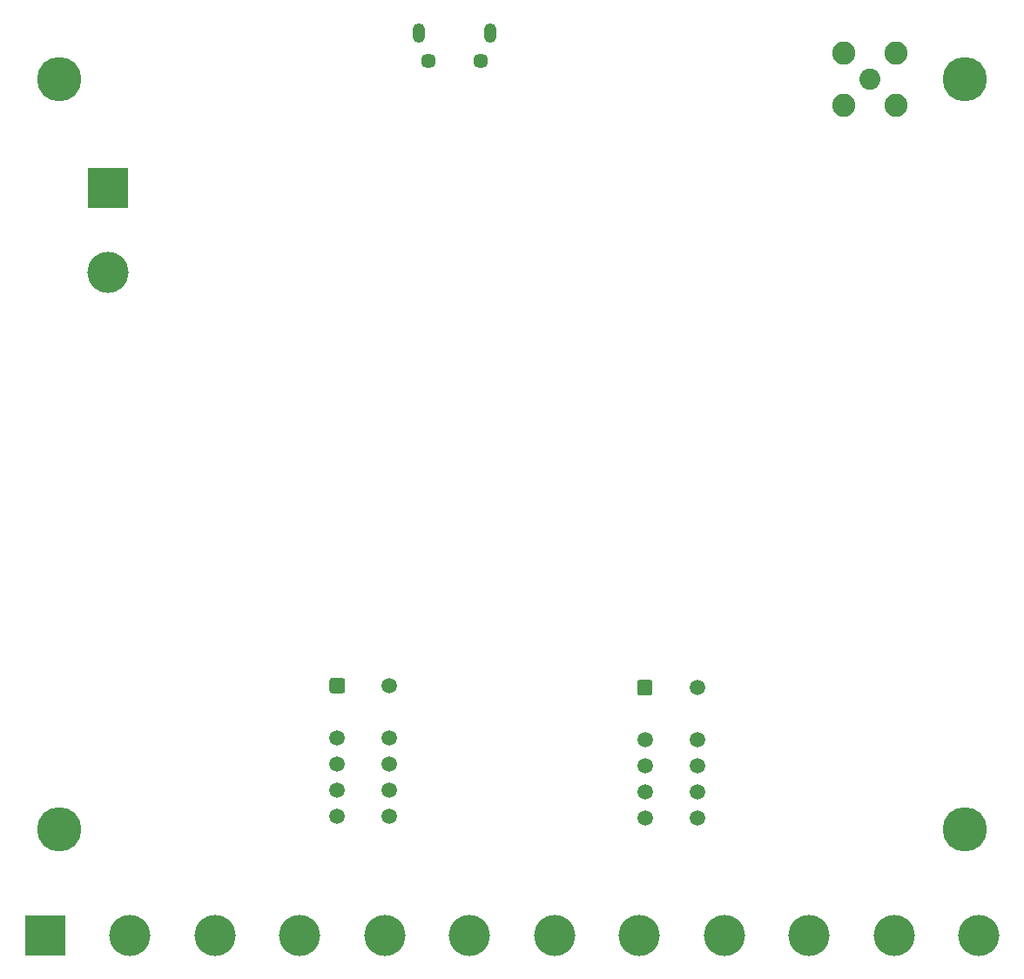
<source format=gbr>
%TF.GenerationSoftware,KiCad,Pcbnew,5.1.10*%
%TF.CreationDate,2021-12-02T21:41:10+00:00*%
%TF.ProjectId,ELE3044 - Tractor Tracker,454c4533-3034-4342-902d-205472616374,rev?*%
%TF.SameCoordinates,Original*%
%TF.FileFunction,Soldermask,Bot*%
%TF.FilePolarity,Negative*%
%FSLAX46Y46*%
G04 Gerber Fmt 4.6, Leading zero omitted, Abs format (unit mm)*
G04 Created by KiCad (PCBNEW 5.1.10) date 2021-12-02 21:41:10*
%MOMM*%
%LPD*%
G01*
G04 APERTURE LIST*
%ADD10C,4.000000*%
%ADD11R,4.000000X4.000000*%
%ADD12C,1.500000*%
%ADD13C,4.300000*%
%ADD14C,2.250000*%
%ADD15C,2.050000*%
%ADD16O,1.200000X1.900000*%
%ADD17C,1.450000*%
G04 APERTURE END LIST*
D10*
%TO.C,J1*%
X110700000Y-89827000D03*
D11*
X110700000Y-81572000D03*
%TD*%
D10*
%TO.C,J3*%
X195380000Y-154270000D03*
X187125000Y-154270000D03*
X178870000Y-154270000D03*
X170615000Y-154270000D03*
X162360000Y-154270000D03*
X154105000Y-154270000D03*
X145850000Y-154270000D03*
X137595000Y-154270000D03*
X129340000Y-154270000D03*
X121085000Y-154270000D03*
X112830000Y-154270000D03*
D11*
X104575000Y-154270000D03*
%TD*%
%TO.C,K1*%
G36*
G01*
X132250000Y-130499500D02*
X132250000Y-129500500D01*
G75*
G02*
X132500500Y-129250000I250500J0D01*
G01*
X133499500Y-129250000D01*
G75*
G02*
X133750000Y-129500500I0J-250500D01*
G01*
X133750000Y-130499500D01*
G75*
G02*
X133499500Y-130750000I-250500J0D01*
G01*
X132500500Y-130750000D01*
G75*
G02*
X132250000Y-130499500I0J250500D01*
G01*
G37*
D12*
X133000000Y-135080000D03*
X133000000Y-137620000D03*
X133000000Y-140160000D03*
X133000000Y-142700000D03*
X138080000Y-142700000D03*
X138080000Y-140160000D03*
X138080000Y-137620000D03*
X138080000Y-135080000D03*
X138080000Y-130000000D03*
%TD*%
D13*
%TO.C,H4*%
X106000000Y-144000000D03*
%TD*%
%TO.C,H3*%
X106000000Y-71000000D03*
%TD*%
%TO.C,H2*%
X194000000Y-144000000D03*
%TD*%
%TO.C,H1*%
X194000000Y-71000000D03*
%TD*%
%TO.C,K2*%
G36*
G01*
X162150000Y-130699500D02*
X162150000Y-129700500D01*
G75*
G02*
X162400500Y-129450000I250500J0D01*
G01*
X163399500Y-129450000D01*
G75*
G02*
X163650000Y-129700500I0J-250500D01*
G01*
X163650000Y-130699500D01*
G75*
G02*
X163399500Y-130950000I-250500J0D01*
G01*
X162400500Y-130950000D01*
G75*
G02*
X162150000Y-130699500I0J250500D01*
G01*
G37*
D12*
X162900000Y-135280000D03*
X162900000Y-137820000D03*
X162900000Y-140360000D03*
X162900000Y-142900000D03*
X167980000Y-142900000D03*
X167980000Y-140360000D03*
X167980000Y-137820000D03*
X167980000Y-135280000D03*
X167980000Y-130200000D03*
%TD*%
D14*
%TO.C,J4*%
X182260000Y-73540000D03*
X182260000Y-68460000D03*
X187340000Y-68460000D03*
X187340000Y-73540000D03*
D15*
X184800000Y-71000000D03*
%TD*%
D16*
%TO.C,J2*%
X140900000Y-66500000D03*
X147900000Y-66500000D03*
D17*
X141900000Y-69200000D03*
X146900000Y-69200000D03*
%TD*%
M02*

</source>
